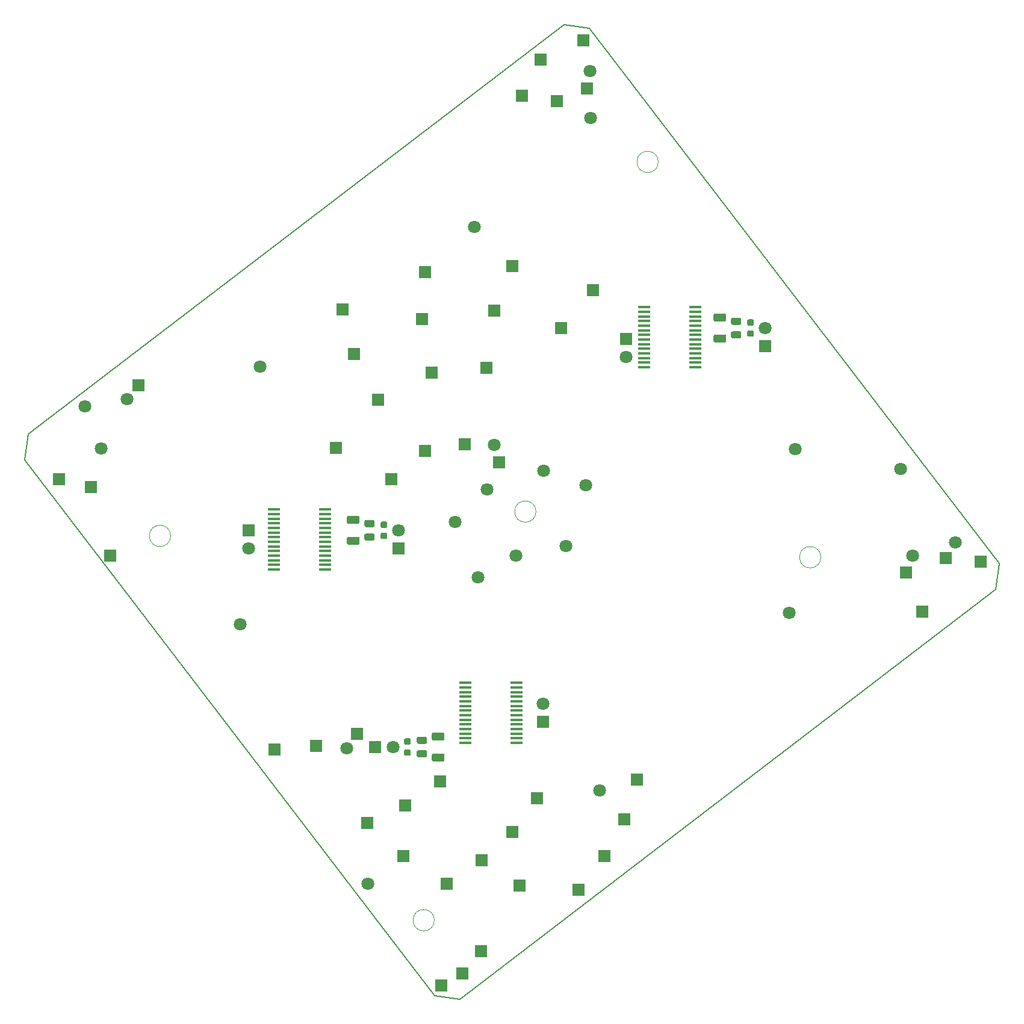
<source format=gbs>
G04 #@! TF.GenerationSoftware,KiCad,Pcbnew,5.1.9+dfsg1-1+deb11u1*
G04 #@! TF.CreationDate,2024-07-30T12:46:16+01:00*
G04 #@! TF.ProjectId,drivers,64726976-6572-4732-9e6b-696361645f70,rev?*
G04 #@! TF.SameCoordinates,Original*
G04 #@! TF.FileFunction,Soldermask,Bot*
G04 #@! TF.FilePolarity,Negative*
%FSLAX46Y46*%
G04 Gerber Fmt 4.6, Leading zero omitted, Abs format (unit mm)*
G04 Created by KiCad (PCBNEW 5.1.9+dfsg1-1+deb11u1) date 2024-07-30 12:46:16*
%MOMM*%
%LPD*%
G01*
G04 APERTURE LIST*
G04 #@! TA.AperFunction,Profile*
%ADD10C,0.050000*%
G04 #@! TD*
G04 #@! TA.AperFunction,Profile*
%ADD11C,0.150000*%
G04 #@! TD*
%ADD12R,1.750000X0.450000*%
%ADD13C,1.800000*%
%ADD14R,1.800000X1.800000*%
G04 APERTURE END LIST*
D10*
X89068477Y-157426062D02*
G75*
G03*
X89068477Y-157426062I-1500000J0D01*
G01*
X120564477Y-50770062D02*
G75*
G03*
X120564477Y-50770062I-1500000J0D01*
G01*
X143424477Y-106372062D02*
G75*
G03*
X143424477Y-106372062I-1500000J0D01*
G01*
X51984477Y-103372062D02*
G75*
G03*
X51984477Y-103372062I-1500000J0D01*
G01*
D11*
X168510657Y-107287602D02*
X168025517Y-110929962D01*
X31975497Y-89073262D02*
X31487817Y-92710542D01*
X92706897Y-168514302D02*
X89074697Y-168029162D01*
X107296657Y-31483842D02*
X110908537Y-31951202D01*
X92706897Y-168514302D02*
X168025517Y-110929962D01*
X168510657Y-107287602D02*
X110908537Y-31951202D01*
X31975497Y-89073262D02*
X107296657Y-31483842D01*
X89074697Y-168029162D02*
X31487817Y-92710542D01*
D10*
X103370000Y-99951320D02*
G75*
G03*
X103370000Y-99951320I-1500000J0D01*
G01*
D12*
X66504000Y-108111000D03*
X66504000Y-107461000D03*
X66504000Y-106811000D03*
X66504000Y-106161000D03*
X66504000Y-105511000D03*
X66504000Y-104861000D03*
X66504000Y-104211000D03*
X66504000Y-103561000D03*
X66504000Y-102911000D03*
X66504000Y-102261000D03*
X66504000Y-101611000D03*
X66504000Y-100961000D03*
X66504000Y-100311000D03*
X66504000Y-99661000D03*
X73704000Y-99661000D03*
X73704000Y-100311000D03*
X73704000Y-100961000D03*
X73704000Y-101611000D03*
X73704000Y-102261000D03*
X73704000Y-102911000D03*
X73704000Y-103561000D03*
X73704000Y-104211000D03*
X73704000Y-104861000D03*
X73704000Y-105511000D03*
X73704000Y-106161000D03*
X73704000Y-106811000D03*
X73704000Y-107461000D03*
X73704000Y-108111000D03*
G36*
G01*
X128574476Y-75038062D02*
X129874478Y-75038062D01*
G75*
G02*
X130124477Y-75288061I0J-249999D01*
G01*
X130124477Y-75938063D01*
G75*
G02*
X129874478Y-76188062I-249999J0D01*
G01*
X128574476Y-76188062D01*
G75*
G02*
X128324477Y-75938063I0J249999D01*
G01*
X128324477Y-75288061D01*
G75*
G02*
X128574476Y-75038062I249999J0D01*
G01*
G37*
G36*
G01*
X128574476Y-72088062D02*
X129874478Y-72088062D01*
G75*
G02*
X130124477Y-72338061I0J-249999D01*
G01*
X130124477Y-72988063D01*
G75*
G02*
X129874478Y-73238062I-249999J0D01*
G01*
X128574476Y-73238062D01*
G75*
G02*
X128324477Y-72988063I0J249999D01*
G01*
X128324477Y-72338061D01*
G75*
G02*
X128574476Y-72088062I249999J0D01*
G01*
G37*
X100628000Y-124045000D03*
X100628000Y-124695000D03*
X100628000Y-125345000D03*
X100628000Y-125995000D03*
X100628000Y-126645000D03*
X100628000Y-127295000D03*
X100628000Y-127945000D03*
X100628000Y-128595000D03*
X100628000Y-129245000D03*
X100628000Y-129895000D03*
X100628000Y-130545000D03*
X100628000Y-131195000D03*
X100628000Y-131845000D03*
X100628000Y-132495000D03*
X93428000Y-132495000D03*
X93428000Y-131845000D03*
X93428000Y-131195000D03*
X93428000Y-130545000D03*
X93428000Y-129895000D03*
X93428000Y-129245000D03*
X93428000Y-128595000D03*
X93428000Y-127945000D03*
X93428000Y-127295000D03*
X93428000Y-126645000D03*
X93428000Y-125995000D03*
X93428000Y-125345000D03*
X93428000Y-124695000D03*
X93428000Y-124045000D03*
X125774000Y-79663000D03*
X125774000Y-79013000D03*
X125774000Y-78363000D03*
X125774000Y-77713000D03*
X125774000Y-77063000D03*
X125774000Y-76413000D03*
X125774000Y-75763000D03*
X125774000Y-75113000D03*
X125774000Y-74463000D03*
X125774000Y-73813000D03*
X125774000Y-73163000D03*
X125774000Y-72513000D03*
X125774000Y-71863000D03*
X125774000Y-71213000D03*
X118574000Y-71213000D03*
X118574000Y-71863000D03*
X118574000Y-72513000D03*
X118574000Y-73163000D03*
X118574000Y-73813000D03*
X118574000Y-74463000D03*
X118574000Y-75113000D03*
X118574000Y-75763000D03*
X118574000Y-76413000D03*
X118574000Y-77063000D03*
X118574000Y-77713000D03*
X118574000Y-78363000D03*
X118574000Y-79013000D03*
X118574000Y-79663000D03*
D13*
X97484089Y-90610486D03*
D14*
X160999412Y-106473216D03*
X98141489Y-93063938D03*
X93324310Y-90466117D03*
X87784864Y-91446859D03*
X82974182Y-95437930D03*
X96431602Y-79762476D03*
X88683876Y-80399837D03*
X81195598Y-84221183D03*
X75257910Y-90994566D03*
X106925511Y-74153835D03*
X97524136Y-71700073D03*
X87333737Y-72836949D03*
X77754778Y-77754666D03*
X111365416Y-68774046D03*
X100000104Y-65416548D03*
X87725815Y-66276612D03*
X78166096Y-131181806D03*
X89839052Y-137920589D03*
X103522366Y-140262726D03*
X117556827Y-137651159D03*
X72416832Y-132872033D03*
X84959012Y-141324156D03*
X99999773Y-145016607D03*
X115744334Y-143257908D03*
X66570775Y-133428856D03*
X79609763Y-143726347D03*
X95711718Y-149011905D03*
X112975293Y-148425653D03*
X84751055Y-148362405D03*
X101066678Y-152562298D03*
X90785752Y-152254480D03*
X47430638Y-82181328D03*
X155405119Y-108531957D03*
X43510000Y-106190000D03*
X106312274Y-42205966D03*
X101410000Y-41470000D03*
X157698852Y-113989468D03*
X40742051Y-96513347D03*
X110496779Y-40472920D03*
X95660000Y-161810000D03*
X104048316Y-36407720D03*
X36260000Y-95420000D03*
X93044912Y-164917920D03*
X165870000Y-106970000D03*
D13*
X96520051Y-96811214D03*
X100535924Y-106125638D03*
X104410827Y-94251699D03*
X91954120Y-101418705D03*
X107577395Y-104827335D03*
X95198809Y-109222998D03*
X110363000Y-96228179D03*
X94719777Y-59891607D03*
X76709204Y-133262446D03*
X139790982Y-91178704D03*
X64573156Y-79546128D03*
X112346035Y-139157128D03*
X154664068Y-93943054D03*
X61792553Y-115825874D03*
X139000543Y-114195204D03*
X111029568Y-44583000D03*
X162345406Y-104319174D03*
X156377135Y-106185303D03*
X42246701Y-91072607D03*
X79677765Y-152266742D03*
X39882458Y-85141438D03*
X45849450Y-84169152D03*
X110937867Y-37971512D03*
D14*
X76122098Y-71543224D03*
X109364467Y-153110749D03*
X109988644Y-33685157D03*
X90040000Y-166640000D03*
G36*
G01*
X81730477Y-101361062D02*
X82230477Y-101361062D01*
G75*
G02*
X82455477Y-101586062I0J-225000D01*
G01*
X82455477Y-102036062D01*
G75*
G02*
X82230477Y-102261062I-225000J0D01*
G01*
X81730477Y-102261062D01*
G75*
G02*
X81505477Y-102036062I0J225000D01*
G01*
X81505477Y-101586062D01*
G75*
G02*
X81730477Y-101361062I225000J0D01*
G01*
G37*
G36*
G01*
X81730477Y-102911062D02*
X82230477Y-102911062D01*
G75*
G02*
X82455477Y-103136062I0J-225000D01*
G01*
X82455477Y-103586062D01*
G75*
G02*
X82230477Y-103811062I-225000J0D01*
G01*
X81730477Y-103811062D01*
G75*
G02*
X81505477Y-103586062I0J225000D01*
G01*
X81505477Y-103136062D01*
G75*
G02*
X81730477Y-102911062I225000J0D01*
G01*
G37*
G36*
G01*
X79473477Y-103036062D02*
X80423477Y-103036062D01*
G75*
G02*
X80673477Y-103286062I0J-250000D01*
G01*
X80673477Y-103786062D01*
G75*
G02*
X80423477Y-104036062I-250000J0D01*
G01*
X79473477Y-104036062D01*
G75*
G02*
X79223477Y-103786062I0J250000D01*
G01*
X79223477Y-103286062D01*
G75*
G02*
X79473477Y-103036062I250000J0D01*
G01*
G37*
G36*
G01*
X79473477Y-101136062D02*
X80423477Y-101136062D01*
G75*
G02*
X80673477Y-101386062I0J-250000D01*
G01*
X80673477Y-101886062D01*
G75*
G02*
X80423477Y-102136062I-250000J0D01*
G01*
X79473477Y-102136062D01*
G75*
G02*
X79223477Y-101886062I0J250000D01*
G01*
X79223477Y-101386062D01*
G75*
G02*
X79473477Y-101136062I250000J0D01*
G01*
G37*
G36*
G01*
X77012476Y-100536062D02*
X78312478Y-100536062D01*
G75*
G02*
X78562477Y-100786061I0J-249999D01*
G01*
X78562477Y-101436063D01*
G75*
G02*
X78312478Y-101686062I-249999J0D01*
G01*
X77012476Y-101686062D01*
G75*
G02*
X76762477Y-101436063I0J249999D01*
G01*
X76762477Y-100786061D01*
G75*
G02*
X77012476Y-100536062I249999J0D01*
G01*
G37*
G36*
G01*
X77012476Y-103486062D02*
X78312478Y-103486062D01*
G75*
G02*
X78562477Y-103736061I0J-249999D01*
G01*
X78562477Y-104386063D01*
G75*
G02*
X78312478Y-104636062I-249999J0D01*
G01*
X77012476Y-104636062D01*
G75*
G02*
X76762477Y-104386063I0J249999D01*
G01*
X76762477Y-103736061D01*
G75*
G02*
X77012476Y-103486062I249999J0D01*
G01*
G37*
G36*
G01*
X85032477Y-133391062D02*
X85532477Y-133391062D01*
G75*
G02*
X85757477Y-133616062I0J-225000D01*
G01*
X85757477Y-134066062D01*
G75*
G02*
X85532477Y-134291062I-225000J0D01*
G01*
X85032477Y-134291062D01*
G75*
G02*
X84807477Y-134066062I0J225000D01*
G01*
X84807477Y-133616062D01*
G75*
G02*
X85032477Y-133391062I225000J0D01*
G01*
G37*
G36*
G01*
X85032477Y-131841062D02*
X85532477Y-131841062D01*
G75*
G02*
X85757477Y-132066062I0J-225000D01*
G01*
X85757477Y-132516062D01*
G75*
G02*
X85532477Y-132741062I-225000J0D01*
G01*
X85032477Y-132741062D01*
G75*
G02*
X84807477Y-132516062I0J225000D01*
G01*
X84807477Y-132066062D01*
G75*
G02*
X85032477Y-131841062I225000J0D01*
G01*
G37*
G36*
G01*
X86839477Y-133516062D02*
X87789477Y-133516062D01*
G75*
G02*
X88039477Y-133766062I0J-250000D01*
G01*
X88039477Y-134266062D01*
G75*
G02*
X87789477Y-134516062I-250000J0D01*
G01*
X86839477Y-134516062D01*
G75*
G02*
X86589477Y-134266062I0J250000D01*
G01*
X86589477Y-133766062D01*
G75*
G02*
X86839477Y-133516062I250000J0D01*
G01*
G37*
G36*
G01*
X86839477Y-131616062D02*
X87789477Y-131616062D01*
G75*
G02*
X88039477Y-131866062I0J-250000D01*
G01*
X88039477Y-132366062D01*
G75*
G02*
X87789477Y-132616062I-250000J0D01*
G01*
X86839477Y-132616062D01*
G75*
G02*
X86589477Y-132366062I0J250000D01*
G01*
X86589477Y-131866062D01*
G75*
G02*
X86839477Y-131616062I250000J0D01*
G01*
G37*
G36*
G01*
X88950476Y-131016062D02*
X90250478Y-131016062D01*
G75*
G02*
X90500477Y-131266061I0J-249999D01*
G01*
X90500477Y-131916063D01*
G75*
G02*
X90250478Y-132166062I-249999J0D01*
G01*
X88950476Y-132166062D01*
G75*
G02*
X88700477Y-131916063I0J249999D01*
G01*
X88700477Y-131266061D01*
G75*
G02*
X88950476Y-131016062I249999J0D01*
G01*
G37*
G36*
G01*
X88950476Y-133966062D02*
X90250478Y-133966062D01*
G75*
G02*
X90500477Y-134216061I0J-249999D01*
G01*
X90500477Y-134866063D01*
G75*
G02*
X90250478Y-135116062I-249999J0D01*
G01*
X88950476Y-135116062D01*
G75*
G02*
X88700477Y-134866063I0J249999D01*
G01*
X88700477Y-134216061D01*
G75*
G02*
X88950476Y-133966062I249999J0D01*
G01*
G37*
G36*
G01*
X133292477Y-72913062D02*
X133792477Y-72913062D01*
G75*
G02*
X134017477Y-73138062I0J-225000D01*
G01*
X134017477Y-73588062D01*
G75*
G02*
X133792477Y-73813062I-225000J0D01*
G01*
X133292477Y-73813062D01*
G75*
G02*
X133067477Y-73588062I0J225000D01*
G01*
X133067477Y-73138062D01*
G75*
G02*
X133292477Y-72913062I225000J0D01*
G01*
G37*
G36*
G01*
X133292477Y-74463062D02*
X133792477Y-74463062D01*
G75*
G02*
X134017477Y-74688062I0J-225000D01*
G01*
X134017477Y-75138062D01*
G75*
G02*
X133792477Y-75363062I-225000J0D01*
G01*
X133292477Y-75363062D01*
G75*
G02*
X133067477Y-75138062I0J225000D01*
G01*
X133067477Y-74688062D01*
G75*
G02*
X133292477Y-74463062I225000J0D01*
G01*
G37*
G36*
G01*
X131035477Y-72688062D02*
X131985477Y-72688062D01*
G75*
G02*
X132235477Y-72938062I0J-250000D01*
G01*
X132235477Y-73438062D01*
G75*
G02*
X131985477Y-73688062I-250000J0D01*
G01*
X131035477Y-73688062D01*
G75*
G02*
X130785477Y-73438062I0J250000D01*
G01*
X130785477Y-72938062D01*
G75*
G02*
X131035477Y-72688062I250000J0D01*
G01*
G37*
G36*
G01*
X131035477Y-74588062D02*
X131985477Y-74588062D01*
G75*
G02*
X132235477Y-74838062I0J-250000D01*
G01*
X132235477Y-75338062D01*
G75*
G02*
X131985477Y-75588062I-250000J0D01*
G01*
X131035477Y-75588062D01*
G75*
G02*
X130785477Y-75338062I0J250000D01*
G01*
X130785477Y-74838062D01*
G75*
G02*
X131035477Y-74588062I250000J0D01*
G01*
G37*
X84012477Y-105126062D03*
X80710477Y-133066062D03*
X135574477Y-76678062D03*
D13*
X62930477Y-105126062D03*
D14*
X62930477Y-102586062D03*
D13*
X104332477Y-126970062D03*
D14*
X104332477Y-129510062D03*
D13*
X116016477Y-78202062D03*
D14*
X116016477Y-75662062D03*
D13*
X84012477Y-102586062D03*
X83250477Y-133066062D03*
X135574477Y-74138062D03*
M02*

</source>
